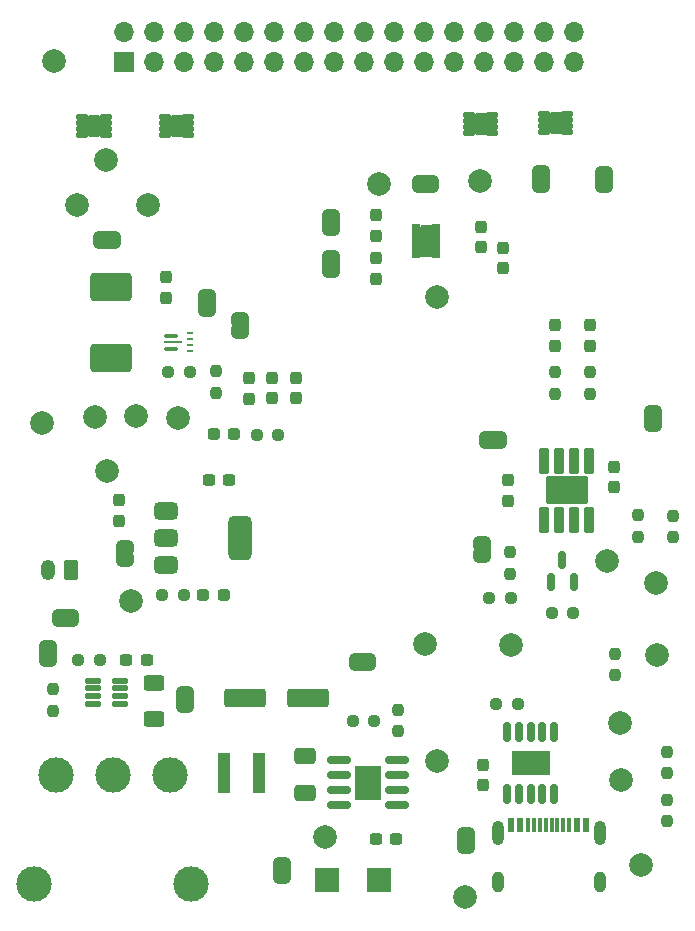
<source format=gbr>
%TF.GenerationSoftware,KiCad,Pcbnew,9.0.0*%
%TF.CreationDate,2025-03-28T03:41:13+02:00*%
%TF.ProjectId,Power_Board_3088F,506f7765-725f-4426-9f61-72645f333038,V0*%
%TF.SameCoordinates,Original*%
%TF.FileFunction,Soldermask,Top*%
%TF.FilePolarity,Negative*%
%FSLAX46Y46*%
G04 Gerber Fmt 4.6, Leading zero omitted, Abs format (unit mm)*
G04 Created by KiCad (PCBNEW 9.0.0) date 2025-03-28 03:41:13*
%MOMM*%
%LPD*%
G01*
G04 APERTURE LIST*
G04 Aperture macros list*
%AMRoundRect*
0 Rectangle with rounded corners*
0 $1 Rounding radius*
0 $2 $3 $4 $5 $6 $7 $8 $9 X,Y pos of 4 corners*
0 Add a 4 corners polygon primitive as box body*
4,1,4,$2,$3,$4,$5,$6,$7,$8,$9,$2,$3,0*
0 Add four circle primitives for the rounded corners*
1,1,$1+$1,$2,$3*
1,1,$1+$1,$4,$5*
1,1,$1+$1,$6,$7*
1,1,$1+$1,$8,$9*
0 Add four rect primitives between the rounded corners*
20,1,$1+$1,$2,$3,$4,$5,0*
20,1,$1+$1,$4,$5,$6,$7,0*
20,1,$1+$1,$6,$7,$8,$9,0*
20,1,$1+$1,$8,$9,$2,$3,0*%
%AMFreePoly0*
4,1,23,0.500000,-0.750000,0.000000,-0.750000,0.000000,-0.745722,-0.065263,-0.745722,-0.191342,-0.711940,-0.304381,-0.646677,-0.396677,-0.554381,-0.461940,-0.441342,-0.495722,-0.315263,-0.495722,-0.250000,-0.500000,-0.250000,-0.500000,0.250000,-0.495722,0.250000,-0.495722,0.315263,-0.461940,0.441342,-0.396677,0.554381,-0.304381,0.646677,-0.191342,0.711940,-0.065263,0.745722,0.000000,0.745722,
0.000000,0.750000,0.500000,0.750000,0.500000,-0.750000,0.500000,-0.750000,$1*%
%AMFreePoly1*
4,1,23,0.000000,0.745722,0.065263,0.745722,0.191342,0.711940,0.304381,0.646677,0.396677,0.554381,0.461940,0.441342,0.495722,0.315263,0.495722,0.250000,0.500000,0.250000,0.500000,-0.250000,0.495722,-0.250000,0.495722,-0.315263,0.461940,-0.441342,0.396677,-0.554381,0.304381,-0.646677,0.191342,-0.711940,0.065263,-0.745722,0.000000,-0.745722,0.000000,-0.750000,-0.500000,-0.750000,
-0.500000,0.750000,0.000000,0.750000,0.000000,0.745722,0.000000,0.745722,$1*%
G04 Aperture macros list end*
%ADD10C,0.010000*%
%ADD11R,2.000000X2.000000*%
%ADD12O,1.000000X2.100000*%
%ADD13O,1.000000X1.800000*%
%ADD14R,0.600000X1.240000*%
%ADD15R,0.300000X1.240000*%
%ADD16C,3.000000*%
%ADD17RoundRect,0.102000X1.651000X-1.100000X1.651000X1.100000X-1.651000X1.100000X-1.651000X-1.100000X0*%
%ADD18RoundRect,0.102000X0.300000X-0.985000X0.300000X0.985000X-0.300000X0.985000X-0.300000X-0.985000X0*%
%ADD19RoundRect,0.237500X-0.237500X0.250000X-0.237500X-0.250000X0.237500X-0.250000X0.237500X0.250000X0*%
%ADD20C,2.000000*%
%ADD21RoundRect,0.237500X-0.250000X-0.237500X0.250000X-0.237500X0.250000X0.237500X-0.250000X0.237500X0*%
%ADD22RoundRect,0.150000X0.825000X0.150000X-0.825000X0.150000X-0.825000X-0.150000X0.825000X-0.150000X0*%
%ADD23R,2.290000X3.000000*%
%ADD24RoundRect,0.237500X0.237500X-0.250000X0.237500X0.250000X-0.237500X0.250000X-0.237500X-0.250000X0*%
%ADD25RoundRect,0.250000X0.625000X-0.400000X0.625000X0.400000X-0.625000X0.400000X-0.625000X-0.400000X0*%
%ADD26FreePoly0,270.000000*%
%ADD27FreePoly1,270.000000*%
%ADD28RoundRect,0.110000X0.440000X1.590000X-0.440000X1.590000X-0.440000X-1.590000X0.440000X-1.590000X0*%
%ADD29FreePoly0,90.000000*%
%ADD30FreePoly1,90.000000*%
%ADD31RoundRect,0.237500X0.300000X0.237500X-0.300000X0.237500X-0.300000X-0.237500X0.300000X-0.237500X0*%
%ADD32RoundRect,0.060500X-0.411500X-0.181500X0.411500X-0.181500X0.411500X0.181500X-0.411500X0.181500X0*%
%ADD33RoundRect,0.102000X-0.450000X-0.800000X0.450000X-0.800000X0.450000X0.800000X-0.450000X0.800000X0*%
%ADD34FreePoly0,180.000000*%
%ADD35FreePoly1,180.000000*%
%ADD36RoundRect,0.250000X0.650000X-0.412500X0.650000X0.412500X-0.650000X0.412500X-0.650000X-0.412500X0*%
%ADD37RoundRect,0.250000X0.350000X0.625000X-0.350000X0.625000X-0.350000X-0.625000X0.350000X-0.625000X0*%
%ADD38O,1.200000X1.750000*%
%ADD39RoundRect,0.150000X0.150000X-0.587500X0.150000X0.587500X-0.150000X0.587500X-0.150000X-0.587500X0*%
%ADD40RoundRect,0.375000X-0.625000X-0.375000X0.625000X-0.375000X0.625000X0.375000X-0.625000X0.375000X0*%
%ADD41RoundRect,0.500000X-0.500000X-1.400000X0.500000X-1.400000X0.500000X1.400000X-0.500000X1.400000X0*%
%ADD42FreePoly0,0.000000*%
%ADD43FreePoly1,0.000000*%
%ADD44RoundRect,0.150000X0.150000X-0.687500X0.150000X0.687500X-0.150000X0.687500X-0.150000X-0.687500X0*%
%ADD45R,3.300000X2.100000*%
%ADD46RoundRect,0.237500X-0.237500X0.300000X-0.237500X-0.300000X0.237500X-0.300000X0.237500X0.300000X0*%
%ADD47RoundRect,0.250000X-1.500000X-0.550000X1.500000X-0.550000X1.500000X0.550000X-1.500000X0.550000X0*%
%ADD48RoundRect,0.237500X0.250000X0.237500X-0.250000X0.237500X-0.250000X-0.237500X0.250000X-0.237500X0*%
%ADD49R,1.700000X1.700000*%
%ADD50O,1.700000X1.700000*%
%ADD51RoundRect,0.250000X-1.500000X0.925000X-1.500000X-0.925000X1.500000X-0.925000X1.500000X0.925000X0*%
%ADD52RoundRect,0.237500X0.287500X0.237500X-0.287500X0.237500X-0.287500X-0.237500X0.287500X-0.237500X0*%
%ADD53RoundRect,0.237500X0.237500X-0.300000X0.237500X0.300000X-0.237500X0.300000X-0.237500X-0.300000X0*%
%ADD54RoundRect,0.125000X0.537500X0.125000X-0.537500X0.125000X-0.537500X-0.125000X0.537500X-0.125000X0*%
%ADD55RoundRect,0.087500X-0.487500X-0.087500X0.487500X-0.087500X0.487500X0.087500X-0.487500X0.087500X0*%
%ADD56RoundRect,0.050000X-0.675000X-0.050000X0.675000X-0.050000X0.675000X0.050000X-0.675000X0.050000X0*%
%ADD57RoundRect,0.062500X-0.162500X-0.062500X0.162500X-0.062500X0.162500X0.062500X-0.162500X0.062500X0*%
%ADD58RoundRect,0.060500X0.411500X0.181500X-0.411500X0.181500X-0.411500X-0.181500X0.411500X-0.181500X0*%
%ADD59RoundRect,0.102000X0.450000X0.800000X-0.450000X0.800000X-0.450000X-0.800000X0.450000X-0.800000X0*%
%ADD60RoundRect,0.237500X-0.300000X-0.237500X0.300000X-0.237500X0.300000X0.237500X-0.300000X0.237500X0*%
%ADD61RoundRect,0.237500X0.237500X-0.287500X0.237500X0.287500X-0.237500X0.287500X-0.237500X-0.287500X0*%
%ADD62RoundRect,0.237500X-0.287500X-0.237500X0.287500X-0.237500X0.287500X0.237500X-0.287500X0.237500X0*%
G04 APERTURE END LIST*
D10*
%TO.C,U7*%
X125950000Y-45875000D02*
X125350000Y-45875000D01*
X125350000Y-45125000D01*
X125950000Y-45125000D01*
X125950000Y-45875000D01*
G36*
X125950000Y-45875000D02*
G01*
X125350000Y-45875000D01*
X125350000Y-45125000D01*
X125950000Y-45125000D01*
X125950000Y-45875000D01*
G37*
X125950000Y-46275000D02*
X125350000Y-46275000D01*
X125350000Y-45925000D01*
X125950000Y-45925000D01*
X125950000Y-46275000D01*
G36*
X125950000Y-46275000D02*
G01*
X125350000Y-46275000D01*
X125350000Y-45925000D01*
X125950000Y-45925000D01*
X125950000Y-46275000D01*
G37*
X125950000Y-46675000D02*
X125350000Y-46675000D01*
X125350000Y-46325000D01*
X125950000Y-46325000D01*
X125950000Y-46675000D01*
G36*
X125950000Y-46675000D02*
G01*
X125350000Y-46675000D01*
X125350000Y-46325000D01*
X125950000Y-46325000D01*
X125950000Y-46675000D01*
G37*
X125950000Y-47075000D02*
X125350000Y-47075000D01*
X125350000Y-46725000D01*
X125950000Y-46725000D01*
X125950000Y-47075000D01*
G36*
X125950000Y-47075000D02*
G01*
X125350000Y-47075000D01*
X125350000Y-46725000D01*
X125950000Y-46725000D01*
X125950000Y-47075000D01*
G37*
X125950000Y-47875000D02*
X125350000Y-47875000D01*
X125350000Y-47125000D01*
X125950000Y-47125000D01*
X125950000Y-47875000D01*
G36*
X125950000Y-47875000D02*
G01*
X125350000Y-47875000D01*
X125350000Y-47125000D01*
X125950000Y-47125000D01*
X125950000Y-47875000D01*
G37*
X127650000Y-45875000D02*
X127050000Y-45875000D01*
X127050000Y-45125000D01*
X127650000Y-45125000D01*
X127650000Y-45875000D01*
G36*
X127650000Y-45875000D02*
G01*
X127050000Y-45875000D01*
X127050000Y-45125000D01*
X127650000Y-45125000D01*
X127650000Y-45875000D01*
G37*
X127650000Y-46275000D02*
X127050000Y-46275000D01*
X127050000Y-45925000D01*
X127650000Y-45925000D01*
X127650000Y-46275000D01*
G36*
X127650000Y-46275000D02*
G01*
X127050000Y-46275000D01*
X127050000Y-45925000D01*
X127650000Y-45925000D01*
X127650000Y-46275000D01*
G37*
X127650000Y-46675000D02*
X127050000Y-46675000D01*
X127050000Y-46325000D01*
X127650000Y-46325000D01*
X127650000Y-46675000D01*
G36*
X127650000Y-46675000D02*
G01*
X127050000Y-46675000D01*
X127050000Y-46325000D01*
X127650000Y-46325000D01*
X127650000Y-46675000D01*
G37*
X127650000Y-47075000D02*
X127050000Y-47075000D01*
X127050000Y-46725000D01*
X127650000Y-46725000D01*
X127650000Y-47075000D01*
G36*
X127650000Y-47075000D02*
G01*
X127050000Y-47075000D01*
X127050000Y-46725000D01*
X127650000Y-46725000D01*
X127650000Y-47075000D01*
G37*
X127650000Y-47875000D02*
X127050000Y-47875000D01*
X127050000Y-47125000D01*
X127650000Y-47125000D01*
X127650000Y-47875000D01*
G36*
X127650000Y-47875000D02*
G01*
X127050000Y-47875000D01*
X127050000Y-47125000D01*
X127650000Y-47125000D01*
X127650000Y-47875000D01*
G37*
X127025000Y-47825000D02*
X125975000Y-47825000D01*
X125975000Y-45350000D01*
X125984000Y-45350000D01*
X125993000Y-45349000D01*
X126002000Y-45348000D01*
X126011000Y-45346000D01*
X126020000Y-45344000D01*
X126029000Y-45341000D01*
X126038000Y-45338000D01*
X126046000Y-45335000D01*
X126054000Y-45331000D01*
X126062000Y-45327000D01*
X126070000Y-45322000D01*
X126078000Y-45317000D01*
X126085000Y-45311000D01*
X126092000Y-45305000D01*
X126099000Y-45299000D01*
X126105000Y-45292000D01*
X126111000Y-45285000D01*
X126117000Y-45278000D01*
X126122000Y-45270000D01*
X126127000Y-45263000D01*
X126131000Y-45254000D01*
X126135000Y-45246000D01*
X126138000Y-45238000D01*
X126141000Y-45229000D01*
X126144000Y-45220000D01*
X126146000Y-45211000D01*
X126148000Y-45202000D01*
X126149000Y-45193000D01*
X126150000Y-45184000D01*
X126150000Y-45175000D01*
X127025000Y-45175000D01*
X127025000Y-47825000D01*
G36*
X127025000Y-47825000D02*
G01*
X125975000Y-47825000D01*
X125975000Y-45350000D01*
X125984000Y-45350000D01*
X125993000Y-45349000D01*
X126002000Y-45348000D01*
X126011000Y-45346000D01*
X126020000Y-45344000D01*
X126029000Y-45341000D01*
X126038000Y-45338000D01*
X126046000Y-45335000D01*
X126054000Y-45331000D01*
X126062000Y-45327000D01*
X126070000Y-45322000D01*
X126078000Y-45317000D01*
X126085000Y-45311000D01*
X126092000Y-45305000D01*
X126099000Y-45299000D01*
X126105000Y-45292000D01*
X126111000Y-45285000D01*
X126117000Y-45278000D01*
X126122000Y-45270000D01*
X126127000Y-45263000D01*
X126131000Y-45254000D01*
X126135000Y-45246000D01*
X126138000Y-45238000D01*
X126141000Y-45229000D01*
X126144000Y-45220000D01*
X126146000Y-45211000D01*
X126148000Y-45202000D01*
X126149000Y-45193000D01*
X126150000Y-45184000D01*
X126150000Y-45175000D01*
X127025000Y-45175000D01*
X127025000Y-47825000D01*
G37*
%TO.C,J_I2*%
G36*
X95250000Y-81350000D02*
G01*
X93750000Y-81350000D01*
X93750000Y-81650000D01*
X95250000Y-81650000D01*
X95250000Y-81350000D01*
G37*
%TO.C,M_VM1*%
G36*
X140860000Y-41490000D02*
G01*
X142360000Y-41490000D01*
X142360000Y-41190000D01*
X140860000Y-41190000D01*
X140860000Y-41490000D01*
G37*
%TO.C,L3*%
G36*
X117750000Y-48650000D02*
G01*
X119250000Y-48650000D01*
X119250000Y-48350000D01*
X117750000Y-48350000D01*
X117750000Y-48650000D01*
G37*
%TO.C,JP_B2*%
G36*
X121305000Y-82925000D02*
G01*
X121005000Y-82925000D01*
X121005000Y-81425000D01*
X121305000Y-81425000D01*
X121305000Y-82925000D01*
G37*
%TO.C,Vbus_9*%
G36*
X129150000Y-97450000D02*
G01*
X130650000Y-97450000D01*
X130650000Y-97150000D01*
X129150000Y-97150000D01*
X129150000Y-97450000D01*
G37*
%TO.C,JP_B_ena1*%
G36*
X132050000Y-62650000D02*
G01*
X132350000Y-62650000D01*
X132350000Y-64150000D01*
X132050000Y-64150000D01*
X132050000Y-62650000D01*
G37*
%TO.C,P4*%
G36*
X100250000Y-73150000D02*
G01*
X101750000Y-73150000D01*
X101750000Y-72850000D01*
X100250000Y-72850000D01*
X100250000Y-73150000D01*
G37*
%TO.C,P1*%
G36*
X111550000Y-53550000D02*
G01*
X110050000Y-53550000D01*
X110050000Y-53850000D01*
X111550000Y-53850000D01*
X111550000Y-53550000D01*
G37*
%TO.C,J_L3*%
G36*
X126350000Y-41000000D02*
G01*
X126650000Y-41000000D01*
X126650000Y-42500000D01*
X126350000Y-42500000D01*
X126350000Y-41000000D01*
G37*
%TO.C,Bin1*%
G36*
X115050000Y-99700000D02*
G01*
X113550000Y-99700000D01*
X113550000Y-100000000D01*
X115050000Y-100000000D01*
X115050000Y-99700000D01*
G37*
%TO.C,J_L2*%
G36*
X119250000Y-44850000D02*
G01*
X117750000Y-44850000D01*
X117750000Y-45150000D01*
X119250000Y-45150000D01*
X119250000Y-44850000D01*
G37*
%TO.C,P2*%
G36*
X107250000Y-51950000D02*
G01*
X108750000Y-51950000D01*
X108750000Y-51650000D01*
X107250000Y-51650000D01*
X107250000Y-51950000D01*
G37*
%TO.C,J_I1*%
G36*
X95850000Y-77750000D02*
G01*
X96150000Y-77750000D01*
X96150000Y-79250000D01*
X95850000Y-79250000D01*
X95850000Y-77750000D01*
G37*
%TO.C,P3*%
G36*
X99650000Y-47250000D02*
G01*
X99350000Y-47250000D01*
X99350000Y-45750000D01*
X99650000Y-45750000D01*
X99650000Y-47250000D01*
G37*
%TO.C,M_3V3*%
G36*
X137000000Y-41160000D02*
G01*
X135500000Y-41160000D01*
X135500000Y-41460000D01*
X137000000Y-41460000D01*
X137000000Y-41160000D01*
G37*
%TO.C,J_I3*%
G36*
X106847500Y-85210000D02*
G01*
X105347500Y-85210000D01*
X105347500Y-85510000D01*
X106847500Y-85510000D01*
X106847500Y-85210000D01*
G37*
%TO.C,JP_BBatt1*%
G36*
X144960000Y-61760000D02*
G01*
X146460000Y-61760000D01*
X146460000Y-61460000D01*
X144960000Y-61460000D01*
X144960000Y-61760000D01*
G37*
%TO.C,JP_Bprog1*%
G36*
X132050000Y-72550000D02*
G01*
X130550000Y-72550000D01*
X130550000Y-72850000D01*
X132050000Y-72850000D01*
X132050000Y-72550000D01*
G37*
%TD*%
D11*
%TO.C,D7*%
X118150000Y-100700000D03*
X122550000Y-100700000D03*
%TD*%
D12*
%TO.C,U4*%
X141220000Y-96651500D03*
X132580000Y-96651500D03*
D13*
X141220000Y-100831500D03*
X132580000Y-100831500D03*
D14*
X133700000Y-96031500D03*
X134500000Y-96031500D03*
D15*
X135650000Y-96031500D03*
X136650000Y-96031500D03*
X137150000Y-96031500D03*
X138150000Y-96031500D03*
D14*
X140100000Y-96031500D03*
X139300000Y-96031500D03*
D15*
X138650000Y-96031500D03*
X137650000Y-96031500D03*
X136150000Y-96031500D03*
X135150000Y-96031500D03*
%TD*%
D16*
%TO.C,SW1*%
X104800000Y-91800000D03*
X100000000Y-91800000D03*
X95200000Y-91800000D03*
X93350000Y-101000000D03*
X106650000Y-101000000D03*
%TD*%
D17*
%TO.C,U6*%
X138440000Y-67667500D03*
D18*
X136535000Y-70142500D03*
X137805000Y-70142500D03*
X139075000Y-70142500D03*
X140345000Y-70142500D03*
X140345000Y-65192500D03*
X139075000Y-65192500D03*
X137805000Y-65192500D03*
X136535000Y-65192500D03*
%TD*%
D19*
%TO.C,R_I1*%
X94950000Y-86312500D03*
X94950000Y-84487500D03*
%TD*%
D20*
%TO.C,TP21*%
X122550000Y-41700000D03*
%TD*%
D21*
%TO.C,R_I2*%
X97087500Y-82000000D03*
X98912500Y-82000000D03*
%TD*%
%TO.C,R_P2*%
X104175000Y-76500000D03*
X106000000Y-76500000D03*
%TD*%
D22*
%TO.C,U5*%
X124060000Y-94330000D03*
X124060000Y-93060000D03*
X124060000Y-91790000D03*
X124060000Y-90520000D03*
X119110000Y-90520000D03*
X119110000Y-91790000D03*
X119110000Y-93060000D03*
X119110000Y-94330000D03*
D23*
X121585000Y-92425000D03*
%TD*%
D24*
%TO.C,R22*%
X147410000Y-71632500D03*
X147410000Y-69807500D03*
%TD*%
%TO.C,R_B6*%
X142560000Y-83345000D03*
X142560000Y-81520000D03*
%TD*%
D25*
%TO.C,R_SH1*%
X103500000Y-87050000D03*
X103500000Y-83950000D03*
%TD*%
D26*
%TO.C,J_I2*%
X94500000Y-80850000D03*
D27*
X94500000Y-82150000D03*
%TD*%
D28*
%TO.C,LB1*%
X112400000Y-91600000D03*
X109400000Y-91600000D03*
%TD*%
D20*
%TO.C,B+1*%
X94000000Y-62000000D03*
%TD*%
D29*
%TO.C,M_VM1*%
X141610000Y-41990000D03*
D30*
X141610000Y-40690000D03*
%TD*%
D31*
%TO.C,C_B2*%
X124017500Y-97175000D03*
X122292500Y-97175000D03*
%TD*%
D20*
%TO.C,TP_B1*%
X146100000Y-81600000D03*
%TD*%
D32*
%TO.C,U14*%
X97415000Y-36050000D03*
X97415000Y-36550000D03*
X97415000Y-37050000D03*
X97415000Y-37550000D03*
X99385000Y-37550000D03*
X99385000Y-37050000D03*
X99385000Y-36550000D03*
X99385000Y-36050000D03*
D33*
X98400000Y-36800000D03*
%TD*%
D29*
%TO.C,L3*%
X118500000Y-49150000D03*
D30*
X118500000Y-47850000D03*
%TD*%
D34*
%TO.C,JP_B2*%
X121805000Y-82175000D03*
D35*
X120505000Y-82175000D03*
%TD*%
D19*
%TO.C,R_B4*%
X137440000Y-57667500D03*
X137440000Y-59492500D03*
%TD*%
D36*
%TO.C,C_B1*%
X116300000Y-93262500D03*
X116300000Y-90137500D03*
%TD*%
D20*
%TO.C,GND1*%
X142990000Y-92220000D03*
%TD*%
D31*
%TO.C,C_I(in)1*%
X102862500Y-82000000D03*
X101137500Y-82000000D03*
%TD*%
D37*
%TO.C,J3*%
X96500000Y-74450000D03*
D38*
X94500000Y-74450000D03*
%TD*%
D20*
%TO.C,MA2*%
X95000000Y-31300000D03*
%TD*%
D39*
%TO.C,Q2*%
X137117500Y-75447500D03*
X139017500Y-75447500D03*
X138067500Y-73572500D03*
%TD*%
D21*
%TO.C,R_Bslow2*%
X131877500Y-76790000D03*
X133702500Y-76790000D03*
%TD*%
%TO.C,R_Pfb1*%
X104707500Y-57610000D03*
X106532500Y-57610000D03*
%TD*%
D19*
%TO.C,R_C2*%
X146890000Y-93880000D03*
X146890000Y-95705000D03*
%TD*%
D40*
%TO.C,U_P2*%
X104500000Y-69390000D03*
X104500000Y-71690000D03*
D41*
X110800000Y-71690000D03*
D40*
X104500000Y-73990000D03*
%TD*%
D21*
%TO.C,R_B1*%
X120330000Y-87175000D03*
X122155000Y-87175000D03*
%TD*%
D29*
%TO.C,Vbus_9*%
X129900000Y-97950000D03*
D30*
X129900000Y-96650000D03*
%TD*%
D42*
%TO.C,JP_B_ena1*%
X131550000Y-63400000D03*
D43*
X132850000Y-63400000D03*
%TD*%
D24*
%TO.C,R_C1*%
X146890000Y-91617500D03*
X146890000Y-89792500D03*
%TD*%
D20*
%TO.C,GND0*%
X118000000Y-97000000D03*
%TD*%
D44*
%TO.C,U9*%
X133370000Y-93399000D03*
X134370000Y-93399000D03*
X135370000Y-93399000D03*
X136370000Y-93399000D03*
X137370000Y-93399000D03*
X137370000Y-88124000D03*
X136370000Y-88124000D03*
X135370000Y-88124000D03*
X134370000Y-88124000D03*
X133370000Y-88124000D03*
D45*
X135370000Y-90761500D03*
%TD*%
D46*
%TO.C,C_P5*%
X100500000Y-68500000D03*
X100500000Y-70225000D03*
%TD*%
D20*
%TO.C,PB1*%
X102000000Y-61390000D03*
%TD*%
D29*
%TO.C,P4*%
X101000000Y-73650000D03*
D30*
X101000000Y-72350000D03*
%TD*%
D47*
%TO.C,C_B4*%
X111150000Y-85270000D03*
X116550000Y-85270000D03*
%TD*%
D48*
%TO.C,R_P1*%
X114002500Y-62970000D03*
X112177500Y-62970000D03*
%TD*%
D49*
%TO.C,J1*%
X100950000Y-31375000D03*
D50*
X100950000Y-28835000D03*
X103490000Y-31375000D03*
X103490000Y-28835000D03*
X106030000Y-31375000D03*
X106030000Y-28835000D03*
X108570000Y-31375000D03*
X108570000Y-28835000D03*
X111110000Y-31375000D03*
X111110000Y-28835000D03*
X113650000Y-31375000D03*
X113650000Y-28835000D03*
X116190000Y-31375000D03*
X116190000Y-28835000D03*
X118730000Y-31375000D03*
X118730000Y-28835000D03*
X121270000Y-31375000D03*
X121270000Y-28835000D03*
X123810000Y-31375000D03*
X123810000Y-28835000D03*
X126350000Y-31375000D03*
X126350000Y-28835000D03*
X128890000Y-31375000D03*
X128890000Y-28835000D03*
X131430000Y-31375000D03*
X131430000Y-28835000D03*
X133970000Y-31375000D03*
X133970000Y-28835000D03*
X136510000Y-31375000D03*
X136510000Y-28835000D03*
X139050000Y-31375000D03*
X139050000Y-28835000D03*
%TD*%
D46*
%TO.C,C_P4*%
X115500000Y-58137500D03*
X115500000Y-59862500D03*
%TD*%
%TO.C,C_B5*%
X142440000Y-65667500D03*
X142440000Y-67392500D03*
%TD*%
D20*
%TO.C,T_L1*%
X131050000Y-41500000D03*
%TD*%
%TO.C,VDD1*%
X144700000Y-99400000D03*
%TD*%
%TO.C,B_prog2*%
X133690000Y-80790000D03*
%TD*%
%TO.C,T_3V3*%
X101500000Y-77000000D03*
%TD*%
D32*
%TO.C,U16*%
X104415000Y-36050000D03*
X104415000Y-36550000D03*
X104415000Y-37050000D03*
X104415000Y-37550000D03*
X106385000Y-37550000D03*
X106385000Y-37050000D03*
X106385000Y-36550000D03*
X106385000Y-36050000D03*
D33*
X105400000Y-36800000D03*
%TD*%
D51*
%TO.C,L_P3*%
X99870000Y-50425000D03*
X99870000Y-56475000D03*
%TD*%
D26*
%TO.C,P1*%
X110800000Y-53050000D03*
D27*
X110800000Y-54350000D03*
%TD*%
D52*
%TO.C,3V3*%
X109375000Y-76500000D03*
X107625000Y-76500000D03*
%TD*%
D20*
%TO.C,PA2*%
X97000000Y-43500000D03*
%TD*%
D42*
%TO.C,J_L3*%
X125850000Y-41750000D03*
D43*
X127150000Y-41750000D03*
%TD*%
D26*
%TO.C,Bin1*%
X114300000Y-99200000D03*
D27*
X114300000Y-100500000D03*
%TD*%
D19*
%TO.C,R_Pfb2*%
X108740000Y-57590000D03*
X108740000Y-59415000D03*
%TD*%
D26*
%TO.C,J_L2*%
X118500000Y-44350000D03*
D27*
X118500000Y-45650000D03*
%TD*%
D29*
%TO.C,P2*%
X108000000Y-52450000D03*
D30*
X108000000Y-51150000D03*
%TD*%
D48*
%TO.C,R_C3*%
X134282500Y-85761500D03*
X132457500Y-85761500D03*
%TD*%
D21*
%TO.C,R_B7*%
X137147500Y-78090000D03*
X138972500Y-78090000D03*
%TD*%
D20*
%TO.C,PA1*%
X103000000Y-43500000D03*
%TD*%
%TO.C,B_D3*%
X141850000Y-73610000D03*
%TD*%
D53*
%TO.C,C_L1*%
X122250000Y-49750000D03*
X122250000Y-48025000D03*
%TD*%
D54*
%TO.C,U2*%
X100575000Y-85730000D03*
X100575000Y-85080000D03*
X100575000Y-84430000D03*
X100575000Y-83780000D03*
X98300000Y-83780000D03*
X98300000Y-84430000D03*
X98300000Y-85080000D03*
X98300000Y-85730000D03*
%TD*%
D46*
%TO.C,C_P2*%
X111500000Y-58187500D03*
X111500000Y-59912500D03*
%TD*%
D55*
%TO.C,U_P1*%
X104910000Y-54570000D03*
D56*
X105060000Y-55120000D03*
D55*
X104910000Y-55670000D03*
D57*
X106510000Y-55870000D03*
X106510000Y-55370000D03*
X106510000Y-54870000D03*
X106510000Y-54370000D03*
%TD*%
D24*
%TO.C,R21*%
X144440000Y-71580000D03*
X144440000Y-69755000D03*
%TD*%
D42*
%TO.C,J_I1*%
X95350000Y-78500000D03*
D43*
X96650000Y-78500000D03*
%TD*%
D46*
%TO.C,C_L2*%
X122250000Y-44387500D03*
X122250000Y-46112500D03*
%TD*%
D58*
%TO.C,U15*%
X138475000Y-37310000D03*
X138475000Y-36810000D03*
X138475000Y-36310000D03*
X138475000Y-35810000D03*
X136505000Y-35810000D03*
X136505000Y-36310000D03*
X136505000Y-36810000D03*
X136505000Y-37310000D03*
D59*
X137490000Y-36560000D03*
%TD*%
D34*
%TO.C,P3*%
X100150000Y-46500000D03*
D35*
X98850000Y-46500000D03*
%TD*%
D60*
%TO.C,C_P6*%
X108147500Y-66780000D03*
X109872500Y-66780000D03*
%TD*%
D20*
%TO.C,BS1*%
X127470000Y-90560000D03*
%TD*%
%TO.C,PB2*%
X105500000Y-61540000D03*
%TD*%
%TO.C,T_L2*%
X127450000Y-51300000D03*
%TD*%
%TO.C,B_prog1*%
X126420000Y-80680000D03*
%TD*%
D46*
%TO.C,C_L4*%
X133050000Y-47137500D03*
X133050000Y-48862500D03*
%TD*%
D53*
%TO.C,C_P1*%
X104500000Y-51362500D03*
X104500000Y-49637500D03*
%TD*%
D61*
%TO.C,D4*%
X140430000Y-55452500D03*
X140430000Y-53702500D03*
%TD*%
D46*
%TO.C,C_P3*%
X113500000Y-58137500D03*
X113500000Y-59862500D03*
%TD*%
D53*
%TO.C,C_C1*%
X131370000Y-92624000D03*
X131370000Y-90899000D03*
%TD*%
D24*
%TO.C,R_B2*%
X124155000Y-88087500D03*
X124155000Y-86262500D03*
%TD*%
D20*
%TO.C,MB2*%
X99400000Y-39700000D03*
%TD*%
D58*
%TO.C,U17*%
X132125000Y-37410000D03*
X132125000Y-36910000D03*
X132125000Y-36410000D03*
X132125000Y-35910000D03*
X130155000Y-35910000D03*
X130155000Y-36410000D03*
X130155000Y-36910000D03*
X130155000Y-37410000D03*
D59*
X131140000Y-36660000D03*
%TD*%
D20*
%TO.C,TP_5V0*%
X98500000Y-61500000D03*
%TD*%
D26*
%TO.C,M_3V3*%
X136250000Y-40660000D03*
D27*
X136250000Y-41960000D03*
%TD*%
D20*
%TO.C,B_G1*%
X146000000Y-75500000D03*
%TD*%
D53*
%TO.C,C_L3*%
X131150000Y-47062500D03*
X131150000Y-45337500D03*
%TD*%
D26*
%TO.C,J_I3*%
X106097500Y-84710000D03*
D27*
X106097500Y-86010000D03*
%TD*%
D29*
%TO.C,JP_BBatt1*%
X145710000Y-62260000D03*
D30*
X145710000Y-60960000D03*
%TD*%
D26*
%TO.C,JP_Bprog1*%
X131300000Y-72050000D03*
D27*
X131300000Y-73350000D03*
%TD*%
D46*
%TO.C,C_B3*%
X133440000Y-66805000D03*
X133440000Y-68530000D03*
%TD*%
D62*
%TO.C,5V0*%
X108535000Y-62920000D03*
X110285000Y-62920000D03*
%TD*%
D20*
%TO.C,9V1*%
X129800000Y-102100000D03*
%TD*%
%TO.C,CFG1*%
X142930000Y-87400000D03*
%TD*%
D19*
%TO.C,R_Bfast1*%
X133660000Y-72917500D03*
X133660000Y-74742500D03*
%TD*%
D61*
%TO.C,D8*%
X137430000Y-55452500D03*
X137430000Y-53702500D03*
%TD*%
D20*
%TO.C,B-1*%
X99500000Y-66000000D03*
%TD*%
D19*
%TO.C,R_B3*%
X140440000Y-57667500D03*
X140440000Y-59492500D03*
%TD*%
M02*

</source>
